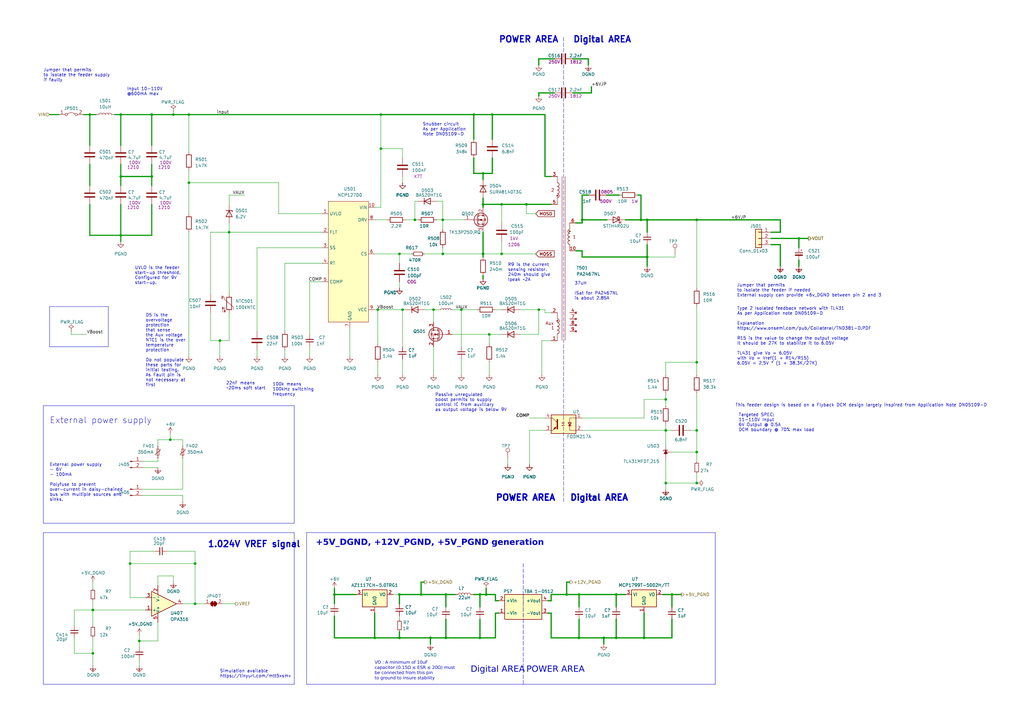
<source format=kicad_sch>
(kicad_sch (version 20230121) (generator eeschema)
  (paper "A3")
  (title_block (title "OWNVERTER V0.1") (comment 1 "TWR"))
  (junction (at 285.75 198.12))
  (junction (at 262.89 90.17))
  (junction (at 237.49 261.62))
  (junction (at 80.01 247.65))
  (junction (at 285.75 148.59))
  (junction (at 273.05 198.12))
  (junction (at 36.83 46.99))
  (junction (at 38.1 250.19))
  (junction (at 189.23 127))
  (junction (at 80.01 231.14))
  (junction (at 238.76 90.17))
  (junction (at 62.23 46.99))
  (junction (at 177.8 127))
  (junction (at 194.31 46.99))
  (junction (at 38.1 267.97))
  (junction (at 196.85 261.62))
  (junction (at 77.47 46.99))
  (junction (at 53.34 231.14))
  (junction (at 198.12 104.14))
  (junction (at 220.98 127))
  (junction (at 172.72 243.84))
  (junction (at 77.47 74.93))
  (junction (at 156.21 60.96))
  (junction (at 198.12 71.12))
  (junction (at 201.93 46.99))
  (junction (at 90.17 139.7))
  (junction (at 265.43 90.17))
  (junction (at 252.73 261.62))
  (junction (at 200.66 137.16))
  (junction (at 181.61 90.17))
  (junction (at 93.98 95.25))
  (junction (at 49.53 46.99))
  (junction (at 154.94 127))
  (junction (at 264.16 261.62))
  (junction (at 49.53 96.52))
  (junction (at 327.66 97.79))
  (junction (at 285.75 90.17))
  (junction (at 49.53 72.39))
  (junction (at 137.16 243.84))
  (junction (at 273.05 163.83))
  (junction (at 215.9 83.82))
  (junction (at 69.85 180.34))
  (junction (at 247.65 261.62))
  (junction (at 182.88 261.62))
  (junction (at 285.75 176.53))
  (junction (at 265.43 105.41))
  (junction (at 71.12 46.99))
  (junction (at 237.49 243.84))
  (junction (at 232.41 243.84))
  (junction (at 57.15 262.89))
  (junction (at 205.74 83.82))
  (junction (at 182.88 243.84))
  (junction (at 165.1 127))
  (junction (at 170.18 90.17))
  (junction (at 156.21 46.99))
  (junction (at 153.67 261.62))
  (junction (at 275.59 243.84))
  (junction (at 196.85 243.84))
  (junction (at 163.83 104.14))
  (junction (at 163.83 243.84))
  (junction (at 181.61 104.14))
  (junction (at 285.75 185.42))
  (junction (at 199.39 243.84))
  (junction (at 176.53 261.62))
  (junction (at 163.83 261.62))
  (junction (at 198.12 83.82))
  (junction (at 205.74 104.14))
  (junction (at 252.73 243.84))
  (junction (at 62.23 72.39))
  (junction (at 273.05 176.53))
  (wire (pts (xy 38.1 261.62) (xy 38.1 267.97)))
  (wire (pts (xy 265.43 105.41) (xy 276.86 105.41)))
  (wire (pts (xy 49.53 67.31) (xy 49.53 72.39)) (stroke (width 0.45)))
  (wire (pts (xy 220.98 127) (xy 223.52 127)))
  (wire (pts (xy 114.3 87.63) (xy 114.3 74.93)))
  (wire (pts (xy 194.31 46.99) (xy 194.31 57.15)) (stroke (width 0.5)))
  (wire (pts (xy 59.69 245.11) (xy 53.34 245.11)))
  (wire (pts (xy 170.18 90.17) (xy 171.45 90.17)))
  (wire (pts (xy 74.93 187.96) (xy 74.93 200.66)))
  (wire (pts (xy 213.36 127) (xy 220.98 127)))
  (wire (pts (xy 194.31 46.99) (xy 201.93 46.99)) (stroke (width 0.5)))
  (wire (pts (xy 38.1 250.19) (xy 38.1 256.54)))
  (wire (pts (xy 80.01 247.65) (xy 83.82 247.65)))
  (wire (pts (xy 163.83 252.73) (xy 163.83 254)))
  (wire (pts (xy 256.54 90.17) (xy 262.89 90.17)) (stroke (width 0.5)))
  (wire (pts (xy 273.05 173.99) (xy 273.05 176.53)))
  (wire (pts (xy 196.85 261.62) (xy 203.2 261.62)) (stroke (width 0.5)))
  (wire (pts (xy 36.83 46.99) (xy 39.37 46.99)) (stroke (width 0.45)))
  (wire (pts (xy 49.53 72.39) (xy 62.23 72.39)) (stroke (width 0.5)))
  (wire (pts (xy 77.47 74.93) (xy 77.47 87.63)))
  (wire (pts (xy 181.61 93.98) (xy 181.61 90.17)))
  (wire (pts (xy 165.1 72.39) (xy 165.1 74.93)))
  (wire (pts (xy 93.98 80.01) (xy 93.98 83.82)))
  (wire (pts (xy 264.16 163.83) (xy 264.16 171.45)))
  (wire (pts (xy 189.23 127) (xy 189.23 142.24)))
  (wire (pts (xy 20.32 46.99) (xy 24.13 46.99)) (stroke (width 0.45)))
  (wire (pts (xy 46.99 46.99) (xy 49.53 46.99)) (stroke (width 0.45)))
  (wire (pts (xy 219.71 87.63) (xy 215.9 87.63)))
  (wire (pts (xy 156.21 46.99) (xy 194.31 46.99)) (stroke (width 0.5)))
  (wire (pts (xy 196.85 254) (xy 196.85 261.62)) (stroke (width 0.5)))
  (wire (pts (xy 247.65 261.62) (xy 247.65 264.16)) (stroke (width 0.5)))
  (wire (pts (xy 252.73 248.92) (xy 252.73 243.84)) (stroke (width 0.5)))
  (wire (pts (xy 64.77 187.96) (xy 64.77 189.23)))
  (wire (pts (xy 74.93 247.65) (xy 80.01 247.65)))
  (wire (pts (xy 241.3 24.13) (xy 241.3 26.67)) (stroke (width 0.5)))
  (wire (pts (xy 153.67 251.46) (xy 153.67 261.62)) (stroke (width 0.5)))
  (wire (pts (xy 57.15 270.51) (xy 57.15 273.05)))
  (wire (pts (xy 271.78 243.84) (xy 275.59 243.84)) (stroke (width 0.5)))
  (wire (pts (xy 165.1 147.32) (xy 165.1 153.67)))
  (wire (pts (xy 198.12 71.12) (xy 194.31 71.12)) (stroke (width 0.5)))
  (wire (pts (xy 227.33 38.1) (xy 220.98 38.1)) (stroke (width 0.5)))
  (wire (pts (xy 69.85 177.8) (xy 69.85 180.34)))
  (wire (pts (xy 238.76 90.17) (xy 248.92 90.17)) (stroke (width 0.5)))
  (wire (pts (xy 200.66 148.59) (xy 200.66 153.67)))
  (wire (pts (xy 71.12 46.99) (xy 71.12 45.72)))
  (wire (pts (xy 215.9 87.63) (xy 215.9 83.82)))
  (wire (pts (xy 62.23 46.99) (xy 71.12 46.99)) (stroke (width 0.45)))
  (wire (pts (xy 163.83 261.62) (xy 176.53 261.62)) (stroke (width 0.5)))
  (wire (pts (xy 327.66 97.79) (xy 316.23 97.79)) (stroke (width 0.5)))
  (wire (pts (xy 143.51 134.62) (xy 143.51 146.05)))
  (wire (pts (xy 331.47 97.79) (xy 327.66 97.79)) (stroke (width 0.5)))
  (wire (pts (xy 217.17 176.53) (xy 223.52 176.53)))
  (wire (pts (xy 77.47 74.93) (xy 114.3 74.93)))
  (wire (pts (xy 194.31 243.84) (xy 196.85 243.84)) (stroke (width 0.5)))
  (wire (pts (xy 71.12 46.99) (xy 77.47 46.99)) (stroke (width 0.45)))
  (wire (pts (xy 177.8 142.24) (xy 177.8 153.67)))
  (wire (pts (xy 153.67 85.09) (xy 156.21 85.09)))
  (wire (pts (xy 238.76 80.01) (xy 238.76 90.17)) (stroke (width 0.5)))
  (wire (pts (xy 226.06 72.39) (xy 223.52 72.39)) (stroke (width 0.45)))
  (wire (pts (xy 285.75 148.59) (xy 285.75 153.67)))
  (wire (pts (xy 38.1 250.19) (xy 59.69 250.19)))
  (wire (pts (xy 49.53 46.99) (xy 49.53 59.69)) (stroke (width 0.45)))
  (wire (pts (xy 203.2 261.62) (xy 203.2 251.46)) (stroke (width 0.5)))
  (wire (pts (xy 77.47 46.99) (xy 77.47 62.23)))
  (wire (pts (xy 80.01 231.14) (xy 80.01 247.65)))
  (wire (pts (xy 232.41 243.84) (xy 237.49 243.84)) (stroke (width 0.5)))
  (wire (pts (xy 182.88 248.92) (xy 182.88 243.84)) (stroke (width 0.5)))
  (wire (pts (xy 90.17 139.7) (xy 90.17 146.05)))
  (wire (pts (xy 156.21 85.09) (xy 156.21 60.96)))
  (wire (pts (xy 189.23 127) (xy 195.58 127)))
  (wire (pts (xy 275.59 254) (xy 275.59 261.62)) (stroke (width 0.5)))
  (wire (pts (xy 226.06 251.46) (xy 226.06 261.62)) (stroke (width 0.5)))
  (wire (pts (xy 273.05 153.67) (xy 273.05 148.59)))
  (wire (pts (xy 163.83 115.57) (xy 163.83 118.11)))
  (wire (pts (xy 252.73 261.62) (xy 264.16 261.62)) (stroke (width 0.5)))
  (wire (pts (xy 226.06 246.38) (xy 226.06 243.84)) (stroke (width 0.5)))
  (wire (pts (xy 38.1 246.38) (xy 38.1 250.19)))
  (wire (pts (xy 53.34 231.14) (xy 80.01 231.14)))
  (wire (pts (xy 153.67 127) (xy 154.94 127)))
  (wire (pts (xy 34.29 46.99) (xy 36.83 46.99)) (stroke (width 0.45)))
  (wire (pts (xy 285.75 161.29) (xy 285.75 176.53)))
  (wire (pts (xy 224.79 246.38) (xy 226.06 246.38)) (stroke (width 0.5)))
  (wire (pts (xy 275.59 248.92) (xy 275.59 243.84)) (stroke (width 0.5)))
  (wire (pts (xy 153.67 261.62) (xy 163.83 261.62)) (stroke (width 0.5)))
  (wire (pts (xy 205.74 83.82) (xy 205.74 91.44)))
  (wire (pts (xy 273.05 161.29) (xy 273.05 163.83)))
  (wire (pts (xy 264.16 163.83) (xy 273.05 163.83)))
  (wire (pts (xy 38.1 267.97) (xy 30.48 267.97)))
  (wire (pts (xy 156.21 60.96) (xy 165.1 60.96)))
  (wire (pts (xy 137.16 261.62) (xy 153.67 261.62)) (stroke (width 0.5)))
  (wire (pts (xy 38.1 238.76) (xy 38.1 241.3)))
  (wire (pts (xy 58.42 191.77) (xy 64.77 191.77)))
  (wire (pts (xy 265.43 90.17) (xy 265.43 95.25)) (stroke (width 0.5)))
  (wire (pts (xy 205.74 83.82) (xy 215.9 83.82)) (stroke (width 0.5)))
  (wire (pts (xy 177.8 127) (xy 177.8 132.08)))
  (wire (pts (xy 93.98 95.25) (xy 93.98 120.65)))
  (wire (pts (xy 173.99 127) (xy 177.8 127)))
  (wire (pts (xy 320.04 100.33) (xy 320.04 109.22)) (stroke (width 0.5)))
  (polyline (pts (xy 214.63 280.67) (xy 214.63 231.14)) (stroke (width 0) (type dash)))
  (wire (pts (xy 285.75 194.31) (xy 285.75 198.12)))
  (wire (pts (xy 172.72 238.76) (xy 172.72 243.84)) (stroke (width 0.5)))
  (wire (pts (xy 276.86 104.14) (xy 276.86 105.41)))
  (wire (pts (xy 252.73 243.84) (xy 256.54 243.84)) (stroke (width 0.5)))
  (wire (pts (xy 285.75 185.42) (xy 285.75 189.23)))
  (wire (pts (xy 273.05 163.83) (xy 273.05 166.37)))
  (wire (pts (xy 205.74 104.14) (xy 219.71 104.14)))
  (wire (pts (xy 264.16 251.46) (xy 264.16 261.62)) (stroke (width 0.5)))
  (wire (pts (xy 327.66 106.68) (xy 327.66 109.22)) (stroke (width 0.5)))
  (wire (pts (xy 163.83 104.14) (xy 168.91 104.14)))
  (wire (pts (xy 208.28 187.96) (xy 208.28 190.5)))
  (wire (pts (xy 49.53 72.39) (xy 49.53 76.2)) (stroke (width 0.45)))
  (wire (pts (xy 215.9 83.82) (xy 226.06 83.82)) (stroke (width 0.5)))
  (wire (pts (xy 189.23 147.32) (xy 189.23 153.67)))
  (wire (pts (xy 176.53 264.16) (xy 176.53 261.62)) (stroke (width 0.5)))
  (wire (pts (xy 283.21 176.53) (xy 285.75 176.53)))
  (wire (pts (xy 49.53 46.99) (xy 62.23 46.99)) (stroke (width 0.45)))
  (wire (pts (xy 163.83 243.84) (xy 163.83 247.65)) (stroke (width 0.5)))
  (wire (pts (xy 63.5 226.06) (xy 53.34 226.06)))
  (wire (pts (xy 165.1 127) (xy 166.37 127)))
  (wire (pts (xy 153.67 90.17) (xy 158.75 90.17)))
  (wire (pts (xy 320.04 95.25) (xy 316.23 95.25)) (stroke (width 0.5)))
  (wire (pts (xy 316.23 100.33) (xy 320.04 100.33)) (stroke (width 0.5)))
  (wire (pts (xy 182.88 261.62) (xy 196.85 261.62)) (stroke (width 0.5)))
  (wire (pts (xy 226.06 261.62) (xy 237.49 261.62)) (stroke (width 0.5)))
  (wire (pts (xy 62.23 46.99) (xy 62.23 59.69)) (stroke (width 0.45)))
  (wire (pts (xy 273.05 187.96) (xy 273.05 198.12)))
  (wire (pts (xy 275.59 261.62) (xy 264.16 261.62)) (stroke (width 0.5)))
  (wire (pts (xy 247.65 261.62) (xy 252.73 261.62)) (stroke (width 0.5)))
  (wire (pts (xy 58.42 200.66) (xy 74.93 200.66)))
  (wire (pts (xy 242.57 38.1) (xy 234.95 38.1)) (stroke (width 0.5)))
  (wire (pts (xy 90.17 139.7) (xy 93.98 139.7)))
  (wire (pts (xy 198.12 104.14) (xy 205.74 104.14)))
  (wire (pts (xy 64.77 236.22) (xy 64.77 240.03)))
  (wire (pts (xy 77.47 46.99) (xy 156.21 46.99)) (stroke (width 0.45)))
  (wire (pts (xy 116.84 143.51) (xy 116.84 146.05)))
  (wire (pts (xy 173.99 238.76) (xy 172.72 238.76)) (stroke (width 0.5)))
  (wire (pts (xy 201.93 64.77) (xy 201.93 71.12)) (stroke (width 0.5)))
  (wire (pts (xy 220.98 38.1) (xy 220.98 39.37)) (stroke (width 0.5)))
  (wire (pts (xy 137.16 243.84) (xy 146.05 243.84)) (stroke (width 0.5)))
  (wire (pts (xy 36.83 96.52) (xy 49.53 96.52)) (stroke (width 0.45)))
  (wire (pts (xy 105.41 101.6) (xy 105.41 135.89)))
  (wire (pts (xy 127 115.57) (xy 132.08 115.57)))
  (wire (pts (xy 36.83 83.82) (xy 36.83 96.52)) (stroke (width 0.45)))
  (wire (pts (xy 273.05 176.53) (xy 275.59 176.53)))
  (wire (pts (xy 238.76 171.45) (xy 264.16 171.45)))
  (wire (pts (xy 238.76 80.01) (xy 241.3 80.01)) (stroke (width 0.5)))
  (wire (pts (xy 69.85 180.34) (xy 74.93 180.34)))
  (wire (pts (xy 30.48 250.19) (xy 30.48 256.54)))
  (wire (pts (xy 38.1 250.19) (xy 30.48 250.19)))
  (wire (pts (xy 116.84 107.95) (xy 116.84 135.89)))
  (wire (pts (xy 201.93 46.99) (xy 201.93 57.15)) (stroke (width 0.5)))
  (wire (pts (xy 200.66 137.16) (xy 200.66 140.97)))
  (wire (pts (xy 181.61 104.14) (xy 198.12 104.14)))
  (wire (pts (xy 161.29 243.84) (xy 163.83 243.84)))
  (wire (pts (xy 171.45 82.55) (xy 170.18 82.55)))
  (wire (pts (xy 86.36 128.27) (xy 86.36 139.7)))
  (wire (pts (xy 91.44 247.65) (xy 96.52 247.65)))
  (wire (pts (xy 29.21 137.16) (xy 29.21 135.89)))
  (wire (pts (xy 226.06 128.27) (xy 223.52 128.27)))
  (wire (pts (xy 205.74 99.06) (xy 205.74 104.14)))
  (wire (pts (xy 198.12 83.82) (xy 198.12 85.09)) (stroke (width 0.5)))
  (wire (pts (xy 181.61 90.17) (xy 190.5 90.17)))
  (wire (pts (xy 71.12 236.22) (xy 71.12 238.76)))
  (wire (pts (xy 320.04 90.17) (xy 320.04 95.25)) (stroke (width 0.5)))
  (wire (pts (xy 64.77 262.89) (xy 64.77 255.27)))
  (wire (pts (xy 265.43 100.33) (xy 265.43 105.41)) (stroke (width 0.5)))
  (wire (pts (xy 93.98 128.27) (xy 93.98 139.7)))
  (wire (pts (xy 199.39 243.84) (xy 203.2 243.84)) (stroke (width 0.5)))
  (wire (pts (xy 163.83 259.08) (xy 163.83 261.62)) (stroke (width 0.5)))
  (wire (pts (xy 154.94 148.59) (xy 154.94 153.67)))
  (wire (pts (xy 203.2 127) (xy 205.74 127)))
  (wire (pts (xy 127 142.24) (xy 127 146.05)))
  (wire (pts (xy 127 115.57) (xy 127 137.16)))
  (wire (pts (xy 132.08 107.95) (xy 116.84 107.95)))
  (wire (pts (xy 156.21 46.99) (xy 156.21 60.96)))
  (wire (pts (xy 201.93 71.12) (xy 198.12 71.12)) (stroke (width 0.5)))
  (wire (pts (xy 222.25 153.67) (xy 222.25 139.7)))
  (wire (pts (xy 285.75 125.73) (xy 285.75 148.59)))
  (wire (pts (xy 64.77 180.34) (xy 64.77 182.88)))
  (wire (pts (xy 222.25 139.7) (xy 226.06 139.7)))
  (wire (pts (xy 238.76 176.53) (xy 273.05 176.53)))
  (wire (pts (xy 238.76 90.17) (xy 238.76 91.44)) (stroke (width 0.5)))
  (wire (pts (xy 163.83 104.14) (xy 163.83 107.95)))
  (wire (pts (xy 238.76 102.87) (xy 238.76 105.41)) (stroke (width 0.5)))
  (wire (pts (xy 57.15 260.35) (xy 57.15 262.89)))
  (wire (pts (xy 137.16 243.84) (xy 137.16 247.65)) (stroke (width 0.5)))
  (wire (pts (xy 132.08 87.63) (xy 114.3 87.63)))
  (wire (pts (xy 196.85 248.92) (xy 196.85 243.84)) (stroke (width 0.5)))
  (wire (pts (xy 242.57 35.56) (xy 242.57 38.1)) (stroke (width 0.5)))
  (wire (pts (xy 196.85 243.84) (xy 199.39 243.84)) (stroke (width 0.5)))
  (wire (pts (xy 185.42 127) (xy 189.23 127)))
  (wire (pts (xy 35.56 137.16) (xy 29.21 137.16)))
  (wire (pts (xy 30.48 267.97) (xy 30.48 261.62)))
  (wire (pts (xy 62.23 83.82) (xy 62.23 96.52)) (stroke (width 0.45)))
  (wire (pts (xy 38.1 267.97) (xy 38.1 273.05)))
  (wire (pts (xy 173.99 104.14) (xy 181.61 104.14)))
  (wire (pts (xy 57.15 262.89) (xy 64.77 262.89)))
  (wire (pts (xy 58.42 189.23) (xy 64.77 189.23)))
  (wire (pts (xy 265.43 105.41) (xy 265.43 109.22)) (stroke (width 0.5)))
  (wire (pts (xy 232.41 243.84) (xy 232.41 238.76)) (stroke (width 0.5)))
  (wire (pts (xy 49.53 96.52) (xy 49.53 99.06)) (stroke (width 0.45)))
  (wire (pts (xy 217.17 176.53) (xy 217.17 190.5)))
  (wire (pts (xy 273.05 198.12) (xy 273.05 200.66)))
  (wire (pts (xy 36.83 46.99) (xy 36.83 59.69)) (stroke (width 0.45)))
  (wire (pts (xy 261.62 80.01) (xy 262.89 80.01)) (stroke (width 0.5)))
  (wire (pts (xy 275.59 185.42) (xy 285.75 185.42)))
  (wire (pts (xy 179.07 90.17) (xy 181.61 90.17)))
  (wire (pts (xy 227.33 24.13) (xy 220.98 24.13)) (stroke (width 0.5)))
  (wire (pts (xy 49.53 83.82) (xy 49.53 96.52)) (stroke (width 0.45)))
  (wire (pts (xy 327.66 97.79) (xy 327.66 101.6)) (stroke (width 0.5)))
  (wire (pts (xy 237.49 243.84) (xy 252.73 243.84)) (stroke (width 0.5)))
  (wire (pts (xy 74.93 180.34) (xy 74.93 182.88)))
  (wire (pts (xy 237.49 248.92) (xy 237.49 243.84)) (stroke (width 0.5)))
  (polyline (pts (xy 231.14 15.24) (xy 231.14 205.74)) (stroke (width 0.15) (type dash)))
  (wire (pts (xy 285.75 90.17) (xy 320.04 90.17)) (stroke (width 0.5)))
  (wire (pts (xy 181.61 104.14) (xy 181.61 101.6)))
  (wire (pts (xy 213.36 137.16) (xy 220.98 137.16)))
  (wire (pts (xy 181.61 82.55) (xy 181.61 90.17)))
  (wire (pts (xy 132.08 95.25) (xy 93.98 95.25)))
  (wire (pts (xy 236.22 102.87) (xy 238.76 102.87)) (stroke (width 0.5)))
  (wire (pts (xy 36.83 67.31) (xy 36.83 76.2)) (stroke (width 0.45)))
  (wire (pts (xy 77.47 95.25) (xy 77.47 146.05)))
  (wire (pts (xy 165.1 60.96) (xy 165.1 64.77)))
  (wire (pts (xy 179.07 82.55) (xy 181.61 82.55)))
  (wire (pts (xy 238.76 105.41) (xy 265.43 105.41)) (stroke (width 0.5)))
  (wire (pts (xy 252.73 254) (xy 252.73 261.62)) (stroke (width 0.5)))
  (wire (pts (xy 275.59 243.84) (xy 279.4 243.84)) (stroke (width 0.5)))
  (wire (pts (xy 198.12 104.14) (xy 198.12 105.41)) (stroke (width 0.5)))
  (wire (pts (xy 86.36 95.25) (xy 86.36 120.65)))
  (wire (pts (xy 285.75 176.53) (xy 285.75 185.42)))
  (wire (pts (xy 154.94 127) (xy 165.1 127)))
  (wire (pts (xy 203.2 251.46) (xy 204.47 251.46)) (stroke (width 0.5)))
  (wire (pts (xy 198.12 113.03) (xy 198.12 114.3)) (stroke (width 0.5)))
  (wire (pts (xy 203.2 243.84) (xy 203.2 246.38)) (stroke (width 0.5)))
  (wire (pts (xy 176.53 261.62) (xy 182.88 261.62)) (stroke (width 0.5)))
  (wire (pts (xy 62.23 67.31) (xy 62.23 72.39)) (stroke (width 0.45)))
  (wire (pts (xy 86.36 139.7) (xy 90.17 139.7)))
  (wire (pts (xy 71.12 236.22) (xy 64.77 236.22)))
  (wire (pts (xy 226.06 251.46) (xy 224.79 251.46)) (stroke (width 0.5)))
  (wire (pts (xy 185.42 137.16) (xy 200.66 137.16)))
  (wire (pts (xy 163.83 243.84) (xy 172.72 243.84)) (stroke (width 0.5)))
  (wire (pts (xy 53.34 231.14) (xy 53.34 245.11)))
  (wire (pts (xy 201.93 46.99) (xy 223.52 46.99)) (stroke (width 0.5)))
  (wire (pts (xy 93.98 91.44) (xy 93.98 95.25)))
  (wire (pts (xy 53.34 226.06) (xy 53.34 231.14)))
  (wire (pts (xy 236.22 91.44) (xy 238.76 91.44)) (stroke (width 0.5)))
  (wire (pts (xy 223.52 128.27) (xy 223.52 127)))
  (wire (pts (xy 165.1 127) (xy 165.1 142.24)))
  (wire (pts (xy 62.23 72.39) (xy 62.23 76.2)) (stroke (width 0.45)))
  (wire (pts (xy 137.16 252.73) (xy 137.16 261.62)) (stroke (width 0.5)))
  (wire (pts (xy 100.33 80.01) (xy 93.98 80.01)))
  (wire (pts (xy 64.77 180.34) (xy 69.85 180.34)))
  (wire (pts (xy 49.53 96.52) (xy 62.23 96.52)) (stroke (width 0.45)))
  (wire (pts (xy 198.12 73.66) (xy 198.12 71.12)) (stroke (width 0.5)))
  (wire (pts (xy 203.2 246.38) (xy 204.47 246.38)) (stroke (width 0.5)))
  (wire (pts (xy 198.12 83.82) (xy 205.74 83.82)) (stroke (width 0.5)))
  (wire (pts (xy 248.92 80.01) (xy 254 80.01)) (stroke (width 0.5)))
  (wire (pts (xy 217.17 171.45) (xy 223.52 171.45)))
  (wire (pts (xy 57.15 265.43) (xy 57.15 262.89)))
  (wire (pts (xy 220.98 24.13) (xy 220.98 26.67)) (stroke (width 0.5)))
  (wire (pts (xy 137.16 241.3) (xy 137.16 243.84)) (stroke (width 0.5)))
  (wire (pts (xy 262.89 90.17) (xy 265.43 90.17)) (stroke (width 0.5)))
  (wire (pts (xy 194.31 64.77) (xy 194.31 71.12)) (stroke (width 0.5)))
  (wire (pts (xy 223.52 72.39) (xy 223.52 46.99)) (stroke (width 0.5)))
  (wire (pts (xy 153.67 104.14) (xy 163.83 104.14)))
  (wire (pts (xy 68.58 226.06) (xy 80.01 226.06)))
  (wire (pts (xy 285.75 90.17) (xy 285.75 118.11)))
  (wire (pts (xy 265.43 90.17) (xy 285.75 90.17)) (stroke (width 0.5)))
  (wire (pts (xy 182.88 243.84) (xy 186.69 243.84)) (stroke (width 0.5)))
  (wire (pts (xy 234.95 24.13) (xy 241.3 24.13)) (stroke (width 0.5)))
  (wire (pts (xy 80.01 226.06) (xy 80.01 231.14)))
  (wire (pts (xy 172.72 243.84) (xy 182.88 243.84)) (stroke (width 0.5)))
  (wire (pts (xy 237.49 254) (xy 237.49 261.62)) (stroke (width 0.5)))
  (wire (pts (xy 200.66 137.16) (xy 205.74 137.16)))
  (wire (pts (xy 154.94 127) (xy 154.94 140.97)))
  (wire (pts (xy 198.12 81.28) (xy 198.12 83.82)) (stroke (width 0.5)))
  (wire (pts (xy 198.12 95.25) (xy 198.12 104.14)) (stroke (width 0.5)))
  (wire (pts (xy 273.05 198.12) (xy 285.75 198.12)))
  (wire (pts (xy 220.98 127) (xy 220.98 137.16)))
  (wire (pts (xy 273.05 176.53) (xy 273.05 182.88)))
  (wire (pts (xy 177.8 127) (xy 180.34 127)))
  (wire (pts (xy 170.18 82.55) (xy 170.18 90.17)))
  (wire (pts (xy 273.05 148.59) (xy 285.75 148.59)))
  (wire (pts (xy 226.06 243.84) (xy 232.41 243.84)) (stroke (width 0.5)))
  (wire (pts (xy 86.36 95.25) (xy 93.98 95.25)))
  (wire (pts (xy 237.49 261.62) (xy 247.65 261.62)) (stroke (width 0.5)))
  (wire (pts (xy 262.89 80.01) (xy 262.89 90.17)) (stroke (width 0.5)))
  (wire (pts (xy 58.42 203.2) (xy 74.93 203.2)))
  (wire (pts (xy 132.08 101.6) (xy 105.41 101.6)))
  (wire (pts (xy 199.39 241.3) (xy 199.39 243.84)) (stroke (width 0.5)))
  (wire (pts (xy 166.37 90.17) (xy 170.18 90.17)))
  (wire (pts (xy 77.47 69.85) (xy 77.47 74.93)))
  (wire (pts (xy 182.88 254) (xy 182.88 261.62)) (stroke (width 0.5)))
  (wire (pts (xy 74.93 203.2) (xy 74.93 205.74)))
  (wire (pts (xy 105.41 143.51) (xy 105.41 146.05)))
  (wire (pts (xy 232.41 238.76) (xy 233.68 238.76)) (stroke (width 0.5)))
  (rectangle (start 20.32 125.73) (end 44.45 142.24))
  (rectangle (start 125.73 218.44) (end 293.37 280.67))
  (rectangle (start 17.78 218.44) (end 120.65 280.67))
  (rectangle (start 17.78 166.37) (end 120.65 214.63))
  (text "Snubber circuit \nAs per Application \nNote DN05109-D" (at 173.355 55.88 0) (effects (font (size 1.27 1.27)) (justify left bottom)))
  (text "Input 10-110V\n@600mA max" (at 52.07 39.37 0) (effects (font (size 1.27 1.27)) (justify left bottom)))
  (text "R9 is the current \nsensing resistor.\n240m should give\nIpeak ~2A" (at 208.28 115.57 0) (effects (font (size 1.27 1.27)) (justify left bottom)))
  (text "POWER AREA\n" (at 215.9 276.86 0) (effects (font (size 2.54 2.54)) (justify left bottom)))
  (text "Digital AREA\n" (at 234.95 17.78 0) (effects (font (size 2.54 2.54) (thickness 0.508) bold) (justify left bottom)))
  (text "Jumper that permits \nto isolate the feeder if needed\nExternal supply can provide +6v_DGND between pin 2 and 3\n" (at 302.26 121.92 0) (effects (font (size 1.27 1.27)) (justify left bottom)))
  (text "Targeted SPEC: \n11-110V Input \n6V Output @ 0.5A \nDCM boundary @ 70% max load\n" (at 302.895 177.165 0) (effects (font (size 1.27 1.27)) (justify left bottom)))
  (text "POWER AREA\n" (at 204.47 17.78 0) (effects (font (size 2.54 2.54) (thickness 0.508) bold) (justify left bottom)))
  (text "UVLO is the feeder\nstart-up threshold. \nConfigured for 9V\nstart-up." (at 55.245 116.84 0) (effects (font (size 1.27 1.27)) (justify left bottom)))
  (text "VO : A minimum of 10uF\ncapacitor (0.15Ω ≤ ESR ≤ 20Ω) must\nbe connected from this pin\nto ground to insure stability" (at 153.67 279.4 0) (effects (font (size 1.27 1.27)) (justify left bottom)))
  (text "D5 is the \novervoltage \nprotection \nthat sense \nthe Aux voltage\nNTC1 is the over\ntemperature \nprotection \n\nDo not populate\nthese parts for\ninitial testing.\nAs Fault pin is\nnot necessary at\nfirst" (at 59.69 158.75 0) (effects (font (size 1.27 1.27)) (justify left bottom)))
  (text "External power supply\n- 6V\n- 100mA\n\nPolyfuse to prevent \nover-current in daisy-chained \nbus with multiple sources and \nsinks." (at 20.32 205.74 0) (effects (font (size 1.27 1.27)) (justify left bottom)))
  (text "Digital AREA\n" (at 233.68 205.74 0) (effects (font (size 2.54 2.54) (thickness 0.508) bold) (justify left bottom)))
  (text "Digital AREA\n" (at 233.68 205.74 0) (effects (font (size 2.54 2.54) (thickness 0.508) bold) (justify left bottom)))
  (text "Passive unregulated\nboost permits to supply\ncontrol IC from auxillary\nas output voltage is below 9V\n" (at 178.435 168.91 0) (effects (font (size 1.27 1.27)) (justify left bottom)))
  (text "Jumper that permits \nto isolate the feeder supply\nif faulty\n" (at 17.78 33.655 0) (effects (font (size 1.27 1.27)) (justify left bottom)))
  (text "This feeder design is based on a Flyback DCM design largely inspired from Application Note DN05109-D" (at 301.625 167.005 0) (effects (font (size 1.27 1.27)) (justify left bottom)))
  (text "100k means \n100kHz switching\nfrequency" (at 111.76 162.56 0) (effects (font (size 1.27 1.27)) (justify left bottom)))
  (text "Digital AREA\n" (at 193.04 276.86 0) (effects (font (size 2.54 2.54)) (justify left bottom)))
  (text "37uH\n\nISat for PA2467NL\nis about 2.85A" (at 235.585 123.19 0) (effects (font (size 1.27 1.27)) (justify left bottom)))
  (text "External power supply" (at 20.32 173.99 0) (effects (font (size 2.4892 2.4892)) (justify left bottom)))
  (text "POWER AREA\n" (at 203.2 205.74 0) (effects (font (size 2.54 2.54) (thickness 0.508) bold) (justify left bottom)))
  (text "POWER AREA\n" (at 203.2 205.74 0) (effects (font (size 2.54 2.54) (thickness 0.508) bold) (justify left bottom)))
  (text "1.024V VREF signal" (at 85.09 224.79 0) (effects (font (size 2.54 2.54) (thickness 0.508) bold) (justify left bottom)))
  (text "22nF means \n~20ms soft start" (at 92.71 160.02 0) (effects (font (size 1.27 1.27)) (justify left bottom)))
  (text "Simulation available\nhttps://tinyurl.com/mtt5xsmv" (at 90.17 278.13 0) (effects (font (size 1.27 1.27)) (justify left bottom)))
  (text "+5V_DGND, +12V_PGND, +5V_PGND generation" (at 129.54 224.79 0) (effects (font (size 2.4892 2.4892) (thickness 0.4978) bold) (justify left bottom)))
  (text "Type 2 Isolated feedback network with TL431\nAs per Application note DN05109-D\n\nExplanation\nhttps://www.onsemi.com/pub/Collateral/TND381-D.PDF\n\nR15 is the value to change the output voltage\nIt should be 27K to stabilize it to 6.05V\n\nTL431 give Vo = 6.05V\nwith Vo = Vref(1 + R14/R15)\n6.05V = 2,5V * (1 + 38,3K/27K)" (at 302.26 149.86 0) (effects (font (size 1.27 1.27)) (justify left bottom)))
  (label "VBoost" (at 161.29 127 180))
  (label "COMP" (at 217.17 171.45 180))
  (label "COMP" (at 132.08 115.57 180))
  (label "VBoost" (at 35.56 137.16 0))
  (label "VAUX" (at 100.33 80.01 180))
  (label "VAUX" (at 191.77 127 180))
  (label "input" (at 88.9 46.99 0))
  (label "+6VJP" (at 242.57 35.56 0))
  (label "+6VJP" (at 306.07 90.17 180))
  (label "COMP" (at 217.17 171.45 180))
  (global_label "MOSS" (shape input) (at 219.71 104.14 0) (property "Intersheetrefs" "${INTERSHEET_REFS}" (effects hide)) (property "Références Inter-Feuilles" "${INTERSHEET_REFS}" (effects hide)))
  (global_label "MOSS" (shape input) (at 219.71 104.14 0) (property "Intersheetrefs" "${INTERSHEET_REFS}" (effects hide)) (property "Références Inter-Feuilles" "${INTERSHEET_REFS}" (effects hide)))
  (global_label "MOSD" (shape input) (at 219.71 87.63 0) (property "Intersheetrefs" "${INTERSHEET_REFS}" (effects hide)) (property "Références Inter-Feuilles" "${INTERSHEET_REFS}" (effects hide)))
  (global_label "MOSD" (shape input) (at 219.71 87.63 0) (property "Intersheetrefs" "${INTERSHEET_REFS}" (effects hide)) (property "Références Inter-Feuilles" "${INTERSHEET_REFS}" (effects hide)))
  (hierarchical_label "VIN" (shape input) (at 20.32 46.99 180))
  (hierarchical_label "VOUT" (shape output) (at 331.47 97.79 0))
  (hierarchical_label "VOUT" (shape output) (at 331.47 97.79 0))
  (hierarchical_label "+12V_PGND" (shape output) (at 233.68 238.76 0))
  (hierarchical_label "+5V_DGND" (shape output) (at 173.99 238.76 0))
  (hierarchical_label "+5V_PGND" (shape output) (at 279.4 243.84 0))
  (hierarchical_label "VREF" (shape output) (at 96.52 247.65 0))
  (symbol (lib_id "Device:Thermistor_NTC") (at 93.98 124.46 0) (unit 1)
    (property "Reference" "NTC501" (at 96.52 123.5074 0) (effects (justify left)))
    (property "Value" "100kNTC" (at 96.52 126.0474 0) (effects (justify left)))
    (property "Footprint" "Footprints:R_0805_2012Metric" (effects hide))
    (property "Datasheet" "https://www.mouser.fr/datasheet/2/3/ABNTC-0805-253593.pdf" (effects hide))
    (property "manf#" "ABNTC-0805-104J-4250F-T" (effects hide))
  )
  (symbol (lib_name "R_Small_4") (lib_id "Device:R_Small") (at 163.83 256.54 0) (unit 1)
    (property "Reference" "R?" (at 165.3286 255.3716 0) (effects (justify left)))
    (property "Value" "1R" (at 165.1 257.81 0) (effects (justify left)))
    (property "Footprint" "Footprints:R_0805_2012Metric" (effects hide))
    (property "manf#" "CR0805-J/-1R0ELF" (effects hide))
    (instances (project "ownverter" (path "" (reference "R?") (unit 1)) (path "" (reference "R519") (unit 1))))
  )
  (symbol (lib_id "Symbols:PGND") (at 217.17 190.5 0) (unit 1)
    (property "Reference" "#PWR0521" (effects hide))
    (property "Value" "PGND" (at 217.17 195.58 0))
  )
  (symbol (lib_id "Symbols:PGND") (at 222.25 153.67 0) (unit 1)
    (property "Reference" "#PWR0525" (effects hide))
    (property "Value" "PGND" (at 222.25 158.75 0))
  )
  (symbol (lib_id "power:+6V") (at 137.16 241.3 0) (mirror y) (unit 1)
    (property "Reference" "#PWR0535" (effects hide))
    (property "Value" "+6V_DGND" (at 137.16 237.49 0))
    (instances (project "ownverter" (path "" (reference "#PWR0535") (unit 1)) (path "" (reference "#PWR?") (unit 1))))
  )
  (symbol (lib_id "Symbols:PGND") (at 165.1 74.93 0) (unit 1)
    (property "Reference" "#PWR0511" (effects hide))
    (property "Value" "PGND" (at 165.1 80.01 0))
  )
  (symbol (lib_id "Device:C") (at 36.83 80.01 0) (unit 1)
    (property "Reference" "C502" (at 40.64 78.7399 0) (effects (justify left)))
    (property "Value" "470nF" (at 40.64 81.28 0) (effects (justify left)))
    (property "Footprint" "Footprints:C_0805_2012Metric" (effects hide))
    (property "manf#" "GRM21BR72A474KA73L" (effects hide))
  )
  (symbol (lib_id "Device:Q_NMOS_GDS") (at 195.58 90.17 0) (unit 1)
    (property "Reference" "Q502" (at 189.23 87.63 0) (effects (justify left)))
    (property "Value" "TK13P25D,RQ" (at 184.15 95.25 0) (effects (justify left)))
    (property "Footprint" "Package_TO_SOT_SMD:TO-252-2" (effects hide))
    (property "Datasheet" "https://www.mouser.fr/datasheet/2/408/TK13P25D_datasheet_en_20140106-1649876.pdf" (effects hide))
    (property "manf#" "TK13P25D,RQ" (effects hide))
  )
  (symbol (lib_id "Device:C") (at 201.93 60.96 0) (unit 1)
    (property "Reference" "C514" (at 205.74 59.6899 0) (effects (justify left)))
    (property "Value" "6.8nF" (at 205.74 62.2299 0) (effects (justify left)))
    (property "Footprint" "Footprints:C_0805_2012Metric" (effects hide))
    (property "manf#" "0805B682K631CT" (effects hide))
  )
  (symbol (lib_id "Symbols:PGND") (at 127 146.05 0) (unit 1)
    (property "Reference" "#PWR0506" (effects hide))
    (property "Value" "PGND" (at 127 151.13 0))
  )
  (symbol (lib_id "Symbols:PGND") (at 165.1 153.67 0) (unit 1)
    (property "Reference" "#PWR0513" (effects hide))
    (property "Value" "PGND" (at 165.1 158.75 0))
  )
  (symbol (lib_id "power:+6V") (at 69.85 177.8 0) (unit 1)
    (property "Reference" "#PWR0454" (effects hide))
    (property "Value" "+6V_DGND" (at 69.85 173.99 0))
    (instances (project "ownverter" (path "" (reference "#PWR0454") (unit 1)) (path "" (reference "#PWR0404") (unit 1))))
  )
  (symbol (lib_id "Converter_DCDC:MEE1S0512SC") (at 214.63 248.92 0) (unit 1)
    (property "Reference" "PS?" (at 208.28 242.57 0))
    (property "Value" "TBA 1-0512" (at 220.98 242.57 0))
    (property "Footprint" "Footprints:Converter_DCDC_Murata_MEE1SxxxxSC_THT" (effects hide))
    (property "Datasheet" "https://power.murata.com/pub/data/power/ncl/kdc_mee1.pdf" (effects hide))
    (property "DNP" "x" (effects hide))
    (property "manf#" "TBA 1-0512" (effects hide))
    (instances (project "ownverter" (path "" (reference "PS?") (unit 1)) (path "" (reference "PS?") (unit 1)) (path "" (reference "PS501") (unit 1))))
  )
  (symbol (lib_id "Device:R") (at 194.31 60.96 0) (mirror x) (unit 1)
    (property "Reference" "R509" (at 191.77 59.6899 0) (effects (justify right)))
    (property "Value" "348k" (at 191.77 62.2299 0) (effects (justify right)))
    (property "Footprint" "Footprints:R_0805_2012Metric" (effects hide))
    (property "manf#" "CR0805-FX-3483ELF" (effects hide))
    (property "Package" "0805" (effects hide))
  )
  (symbol (lib_id "Device:C") (at 231.14 24.13 90) (unit 1)
    (property "Reference" "C516" (at 227.33 22.86 90))
    (property "Value" "2.2nF" (at 236.22 22.86 90))
    (property "Footprint" "Capacitor_SMD:C_1812_4532Metric" (effects hide))
    (property "manf#" "8853622110151 " (effects hide))
    (property "Package" "1812" (at 236.22 25.4 90))
    (property "Voltage" "250V" (at 227.33 25.4 90))
  )
  (symbol (lib_id "Device:R") (at 199.39 127 90) (unit 1)
    (property "Reference" "R511" (at 199.39 124.46 90))
    (property "Value" "10R" (at 199.39 129.54 90))
    (property "Footprint" "Footprints:R_0805_2012Metric" (effects hide))
    (property "manf#" "CRCW080510R0JNEAC" (effects hide))
    (property "Package" "0805" (effects hide))
  )
  (symbol (lib_id "Device:C_Small") (at 165.1 144.78 0) (unit 1)
    (property "Reference" "C?" (at 167.4368 143.6116 0) (effects (justify left)))
    (property "Value" "1uF" (at 167.4368 145.923 0) (effects (justify left)))
    (property "Footprint" "Footprints:C_0805_2012Metric" (effects hide))
    (property "DNP" "x" (effects hide))
    (property "manf#" "UMK212B7105KGHT " (effects hide))
    (instances (project "ownverter" (path "" (reference "C?") (unit 1)) (path "" (reference "C?") (unit 1)) (path "" (reference "C512") (unit 1))))
  )
  (symbol (lib_id "Device:R") (at 154.94 144.78 0) (unit 1)
    (property "Reference" "R504" (at 156.845 143.51 0) (effects (justify left)))
    (property "Value" "1.4k" (at 156.845 146.05 0) (effects (justify left)))
    (property "Footprint" "Footprints:R_0805_2012Metric" (effects hide))
    (property "manf#" "RC0805FR-071K4L" (effects hide))
    (property "Package" "0805" (effects hide))
  )
  (symbol (lib_id "Symbols:PGND") (at 177.8 153.67 0) (unit 1)
    (property "Reference" "#PWR0514" (effects hide))
    (property "Value" "PGND" (at 177.8 158.75 0))
  )
  (symbol (lib_id "Device:Polyfuse_Small") (at 74.93 185.42 0) (mirror x) (unit 1)
    (property "Reference" "F402" (at 78.74 182.88 0))
    (property "Value" "350mA" (at 80.01 185.42 0))
    (property "Footprint" "Fuse:Fuse_1210_3225Metric" (effects hide))
    (property "DNP" "x" (effects hide))
    (property "manf#" "0ZCJ0050AF2E" (effects hide))
  )
  (symbol (lib_id "Device:R") (at 77.47 66.04 0) (unit 1)
    (property "Reference" "R501" (at 80.01 65.405 0) (effects (justify left)))
    (property "Value" "147K" (at 80.01 67.945 0) (effects (justify left)))
    (property "Footprint" "Footprints:R_0805_2012Metric" (effects hide))
    (property "Ref" "ok" (effects hide))
    (property "manf#" "CR0805-FX-1473ELF" (effects hide))
  )
  (symbol (lib_id "Device:R") (at 198.12 109.22 0) (unit 1)
    (property "Reference" "R510" (at 200.66 107.9499 0) (effects (justify left)))
    (property "Value" "240m" (at 200.66 110.4899 0) (effects (justify left)))
    (property "Footprint" "Resistor_SMD:R_1210_3225Metric" (effects hide))
    (property "Datasheet" "https://www.vishay.com/docs/20019/rcwe.pdf" (effects hide))
    (property "manf#" "RCWE1210R240FKEA " (effects hide))
  )
  (symbol (lib_name "D_2") (lib_id "Device:D") (at 209.55 127 0) (unit 1)
    (property "Reference" "D505" (at 209.55 122.555 0))
    (property "Value" "BAS20HT1G" (at 210.185 124.46 0))
    (property "Footprint" "Diode_SMD:D_SOD-323_HandSoldering" (effects hide))
    (property "manf#" "BAS20HT1G" (effects hide))
    (property "Sim.Device" "D" (effects hide))
    (property "Sim.Pins" "1=K 2=A" (effects hide))
  )
  (symbol (lib_id "Device:C_Small") (at 237.49 251.46 0) (unit 1)
    (property "Reference" "C?" (at 239.8268 250.2916 0) (effects (justify left)))
    (property "Value" "10uF" (at 239.8268 252.603 0) (effects (justify left)))
    (property "Footprint" "Footprints:C_1210_3225Metric" (effects hide))
    (property "manf#" "CL21B106KAYQNNE" (effects hide))
    (property "DNP" "x" (effects hide))
    (property "Voltage" "25V" (effects hide))
    (instances (project "ownverter" (path "" (reference "C?") (unit 1)) (path "" (reference "C?") (unit 1)) (path "" (reference "C526") (unit 1))))
  )
  (symbol (lib_id "Device:C_Small") (at 196.85 251.46 0) (mirror y) (unit 1)
    (property "Reference" "C?" (at 193.675 249.7836 0) (effects (justify left)))
    (property "Value" "10uF" (at 193.675 252.095 0) (effects (justify left)))
    (property "Footprint" "Footprints:C_1210_3225Metric" (effects hide))
    (property "manf#" "CL21B106KAYQNNE" (effects hide))
    (property "DNP" "x" (effects hide))
    (property "Voltage" "25V" (effects hide))
    (instances (project "ownverter" (path "" (reference "C?") (unit 1)) (path "" (reference "C?") (unit 1)) (path "" (reference "C525") (unit 1))))
  )
  (symbol (lib_id "Device:C") (at 36.83 63.5 0) (unit 1)
    (property "Reference" "C501" (at 40.64 62.2299 0) (effects (justify left)))
    (property "Value" "470nF" (at 40.64 64.77 0) (effects (justify left)))
    (property "Footprint" "Footprints:C_0805_2012Metric" (effects hide))
    (property "manf#" "GRM21BR72A474KA73L" (effects hide))
  )
  (symbol (lib_id "Symbols:PGND") (at 220.98 39.37 0) (unit 1)
    (property "Reference" "#PWR0524" (effects hide))
    (property "Value" "PGND" (at 220.98 44.45 0))
  )
  (symbol (lib_id "Device:R") (at 273.05 170.18 0) (unit 1)
    (property "Reference" "R515" (at 266.7 168.91 0) (effects (justify left)))
    (property "Value" "10k" (at 266.7 171.45 0) (effects (justify left)))
    (property "Footprint" "Footprints:R_0805_2012Metric" (effects hide))
    (property "manf#" "CRT0805-FZ-1002ELF" (effects hide))
    (property "Package" "0805" (effects hide))
  )
  (symbol (lib_id "Symbols:PGND") (at 163.83 118.11 0) (unit 1)
    (property "Reference" "#PWR0509" (effects hide))
    (property "Value" "PGND" (at 160.02 120.015 0))
  )
  (symbol (lib_id "Device:R") (at 285.75 157.48 0) (unit 1)
    (property "Reference" "R517" (at 288.29 156.2099 0) (effects (justify left)))
    (property "Value" "38.3k" (at 288.29 158.7499 0) (effects (justify left)))
    (property "Footprint" "Footprints:R_0805_2012Metric" (effects hide))
    (property "manf#" "CRCW080538K3FKEA" (effects hide))
  )
  (symbol (lib_id "Symbols:DGND") (at 320.04 109.22 0) (mirror y) (unit 1)
    (property "Reference" "#PWR0531" (effects hide))
    (property "Value" "DGND" (at 320.04 113.665 0))
  )
  (symbol (lib_id "Symbols:DGND") (at 176.53 264.16 0) (mirror y) (unit 1)
    (property "Reference" "#PWR?" (effects hide))
    (property "Value" "DGND" (at 176.53 268.605 0))
    (instances (project "ownverter" (path "" (reference "#PWR?") (unit 1)) (path "" (reference "#PWR?") (unit 1)) (path "" (reference "#PWR0537") (unit 1))))
  )
  (symbol (lib_id "Symbols:PA2467NL") (at 231.14 95.25 0) (unit 1)
    (property "Reference" "T501" (at 238.76 109.855 0))
    (property "Value" "PA2467NL" (at 241.3 112.395 0))
    (property "Footprint" "Footprints:PA2467NL" (effects hide))
    (property "Datasheet" "https://productfinder.pulseelectronics.com/api/open/product-attachments/datasheet/pa2467nlt" (effects hide))
    (property "manf#" "PA2467NL" (effects hide))
  )
  (symbol (lib_name "C_9") (lib_id "Device:C") (at 62.23 80.01 0) (unit 1)
    (property "Reference" "C?" (at 65.151 78.8416 0) (effects (justify left)))
    (property "Value" "4.7uF" (at 65.151 81.153 0) (effects (justify left)))
    (property "Footprint" "Footprints:C_1210_3225Metric" (effects hide))
    (property "manf#" "12101C475K4T2A" (effects hide))
    (property "Voltage" "100V" (at 67.945 83.185 0))
    (property "Package" "1210" (at 67.31 85.09 0))
    (instances (project "ownverter" (path "" (reference "C?") (unit 1)) (path "" (reference "C211") (unit 1)) (path "" (reference "C622") (unit 1)) (path "" (reference "C722") (unit 1)) (path "" (reference "C822") (unit 1)) (path "" (reference "C506") (unit 1))))
  )
  (symbol (lib_id "Device:R") (at 273.05 157.48 0) (unit 1)
    (property "Reference" "R514" (at 265.43 156.21 0) (effects (justify left)))
    (property "Value" "1.4k" (at 265.43 158.75 0) (effects (justify left)))
    (property "Footprint" "Footprints:R_0805_2012Metric" (effects hide))
    (property "manf#" "RC0805FR-071K4L" (effects hide))
    (property "Package" "0805" (effects hide))
  )
  (symbol (lib_id "Reference_Voltage:TL431DBZ") (at 273.05 185.42 270) (mirror x) (unit 1)
    (property "Reference" "U503" (at 270.51 182.88 90) (effects (justify right)))
    (property "Value" "TL431MFDT,215" (at 270.51 189.23 90) (effects (justify right)))
    (property "Footprint" "Package_TO_SOT_SMD:SOT-23" (effects hide))
    (property "Datasheet" "http://www.ti.com/lit/ds/symlink/tl431.pdf" (effects hide))
    (property "manf#" "TL431MFDT,215" (effects hide))
  )
  (symbol (lib_id "Device:C_Small") (at 252.73 251.46 0) (mirror y) (unit 1)
    (property "Reference" "C?" (at 250.3932 250.2916 0) (effects (justify left)))
    (property "Value" "1uF" (at 250.3932 252.603 0) (effects (justify left)))
    (property "Footprint" "Footprints:C_0805_2012Metric" (effects hide))
    (property "DNP" "x" (effects hide))
    (property "manf#" "UMK212B7105KGHT " (effects hide))
    (instances (project "ownverter" (path "" (reference "C?") (unit 1)) (path "" (reference "C?") (unit 1)) (path "" (reference "C527") (unit 1))))
  )
  (symbol (lib_id "Symbols:PGND") (at 208.28 190.5 0) (unit 1)
    (property "Reference" "#PWR0519" (effects hide))
    (property "Value" "PGND" (at 208.28 195.58 0))
  )
  (symbol (lib_id "Symbols:PGND") (at 217.17 190.5 0) (unit 1)
    (property "Reference" "#PWR0522" (effects hide))
    (property "Value" "PGND" (at 217.17 195.58 0))
  )
  (symbol (lib_id "Symbols:PGND") (at 143.51 146.05 0) (unit 1)
    (property "Reference" "#PWR0507" (effects hide))
    (property "Value" "PGND" (at 143.51 151.13 0))
  )
  (symbol (lib_id "Device:C") (at 245.11 80.01 90) (unit 1)
    (property "Reference" "C518" (at 242.57 78.74 90) (effects (justify left)))
    (property "Value" "1nF" (at 242.57 82.55 90) (effects (justify left)))
    (property "Footprint" "Footprints:C_0805_2012Metric" (effects hide))
    (property "manf#" "885342207013" (effects hide))
    (property "Voltage" "500V " (at 248.92 82.55 90))
    (property "Package" "0805" (at 248.92 78.74 90))
    (property "DNP" "x" (effects hide))
  )
  (symbol (lib_id "Device:C_Small") (at 182.88 251.46 0) (mirror y) (unit 1)
    (property "Reference" "C?" (at 179.705 249.7836 0) (effects (justify left)))
    (property "Value" "10uF" (at 179.705 252.095 0) (effects (justify left)))
    (property "Footprint" "Footprints:C_1210_3225Metric" (effects hide))
    (property "manf#" "CL21B106KAYQNNE" (effects hide))
    (property "DNP" "x" (effects hide))
    (property "Voltage" "25V" (effects hide))
    (instances (project "ownverter" (path "" (reference "C?") (unit 1)) (path "" (reference "C?") (unit 1)) (path "" (reference "C524") (unit 1))))
  )
  (symbol (lib_id "Symbols:PGND") (at 49.53 99.06 0) (unit 1)
    (property "Reference" "#PWR0501" (effects hide))
    (property "Value" "PGND" (at 49.53 104.14 0))
  )
  (symbol (lib_id "Symbols:DGND") (at 241.3 26.67 0) (unit 1)
    (property "Reference" "#PWR0526" (effects hide))
    (property "Value" "DGND" (at 241.3 30.48 0))
  )
  (symbol (lib_id "Device:D_Schottky") (at 252.73 90.17 180) (unit 1)
    (property "Reference" "D507" (at 250.19 87.63 0))
    (property "Value" "STTH4R02U" (at 252.73 92.71 0))
    (property "Footprint" "Diode_SMD:D_SMB" (effects hide))
    (property "manf#" "STTH4R02U" (effects hide))
  )
  (symbol (lib_id "Symbols:PGND") (at 116.84 146.05 0) (unit 1)
    (property "Reference" "#PWR0505" (effects hide))
    (property "Value" "PGND" (at 116.84 151.13 0))
  )
  (symbol (lib_id "Device:C_Polarized_Small") (at 327.66 104.14 0) (mirror y) (unit 1)
    (property "Reference" "C521" (at 336.55 102.87 0) (effects (justify left)))
    (property "Value" "100uF" (at 336.55 105.41 0) (effects (justify left)))
    (property "Footprint" "Capacitor_SMD:CP_Elec_6.3x7.7" (effects hide))
    (property "manf#" "EEE-FKE101XAV" (effects hide))
  )
  (symbol (lib_id "Connector:Conn_01x02_Male") (at 53.34 200.66 0) (unit 1)
    (property "Reference" "J406" (at 50.8 201.93 0))
    (property "Value" "Conn_01x02_Male" (effects hide))
    (property "Footprint" "Connector_JST:JST_EH_B2B-EH-A_1x02_P2.50mm_Vertical" (effects hide))
    (property "DNP" "x" (effects hide))
    (property "manf#" "B2B-EH-A(LF)(SN)" (effects hide))
    (instances (project "ownverter" (path "" (reference "J406") (unit 1)) (path "" (reference "J402") (unit 1))))
  )
  (symbol (lib_name "C_9") (lib_id "Device:C") (at 49.53 80.01 0) (unit 1)
    (property "Reference" "C?" (at 52.451 78.8416 0) (effects (justify left)))
    (property "Value" "4.7uF" (at 52.451 81.153 0) (effects (justify left)))
    (property "Footprint" "Footprints:C_1210_3225Metric" (effects hide))
    (property "manf#" "12101C475K4T2A" (effects hide))
    (property "Voltage" "100V" (at 55.245 83.185 0))
    (property "Package" "1210" (at 54.61 85.09 0))
    (instances (project "ownverter" (path "" (reference "C?") (unit 1)) (path "" (reference "C211") (unit 1)) (path "" (reference "C622") (unit 1)) (path "" (reference "C722") (unit 1)) (path "" (reference "C822") (unit 1)) (path "" (reference "C504") (unit 1))))
  )
  (symbol (lib_id "Device:C") (at 279.4 176.53 90) (unit 1)
    (property "Reference" "C520" (at 279.4 172.72 90))
    (property "Value" "6.8nF" (at 279.4 180.34 90))
    (property "Footprint" "Footprints:C_0805_2012Metric" (effects hide))
    (property "manf#" "0805B682K631CT" (effects hide))
  )
  (symbol (lib_id "power:PWR_FLAG") (at 285.75 198.12 270) (unit 1)
    (property "Reference" "#FLG0503" (effects hide))
    (property "Value" "PWR_FLAG" (at 283.21 200.66 90) (effects (justify left)))
  )
  (symbol (lib_id "Device:R_Small") (at 38.1 259.08 180) (unit 1)
    (property "Reference" "R?" (at 45.72 257.81 0) (effects (justify left)))
    (property "Value" "12k" (at 44.45 260.35 0) (effects (justify left)))
    (property "Footprint" "Footprints:R_0805_2012Metric" (effects hide))
    (property "manf#" "CR0805-FX-1202ELF" (effects hide))
    (property "Package" "0805" (effects hide))
    (instances (project "ownverter" (path "" (reference "R?") (unit 1)) (path "" (reference "R206") (unit 1)) (path "" (reference "R521") (unit 1))))
  )
  (symbol (lib_id "Symbols:PGND") (at 198.12 114.3 0) (unit 1)
    (property "Reference" "#PWR0516" (effects hide))
    (property "Value" "PGND" (at 198.12 118.11 0))
  )
  (symbol (lib_name "D_2") (lib_id "Device:D") (at 170.18 127 0) (unit 1)
    (property "Reference" "D502" (at 170.18 122.555 0))
    (property "Value" "BAS20HT1G" (at 170.815 124.46 0))
    (property "Footprint" "Diode_SMD:D_SOD-323_HandSoldering" (effects hide))
    (property "manf#" "BAS20HT1G" (effects hide))
    (property "Sim.Device" "D" (effects hide))
    (property "Sim.Pins" "1=K 2=A" (effects hide))
  )
  (symbol (lib_id "Symbols:DGND") (at 71.12 238.76 0) (unit 1)
    (property "Reference" "#PWR0411" (effects hide))
    (property "Value" "DGND" (at 71.12 242.57 0))
    (instances (project "ownverter" (path "" (reference "#PWR0411") (unit 1)) (path "" (reference "#PWR0541") (unit 1))))
  )
  (symbol (lib_id "Device:C_Small") (at 57.15 267.97 0) (unit 1)
    (property "Reference" "C?" (at 50.8 266.7 0) (effects (justify left)))
    (property "Value" "100nF" (at 49.53 269.24 0) (effects (justify left)))
    (property "Footprint" "Footprints:C_0805_2012Metric" (effects hide))
    (property "manf#" "C0805C104K5RACTU" (effects hide))
    (property "DNP" "x" (effects hide))
    (property "Voltage" "50V" (effects hide))
    (property "Package" "0805" (effects hide))
    (instances (project "InverterLeg" (path "" (reference "C?") (unit 1))) (project "ownverter" (path "" (reference "C606") (unit 1)) (path "" (reference "C?") (unit 1)) (path "" (reference "C706") (unit 1)) (path "" (reference "C806") (unit 1)) (path "" (reference "C218") (unit 1)) (path "" (reference "C530") (unit 1))))
  )
  (symbol (lib_id "Regulator_Linear:MCP1754S-5002xCB") (at 264.16 243.84 0) (unit 1)
    (property "Reference" "U?" (at 260.35 237.49 0))
    (property "Value" "MCP1799T-5002H/TT" (at 264.16 240.0046 0))
    (property "Footprint" "Footprints:SOT-23_copy" (effects hide))
    (property "Datasheet" "http://ww1.microchip.com/downloads/en/DeviceDoc/20002276C.pdf" (effects hide))
    (property "DNP" "x" (effects hide))
    (property "manf#" "MCP1799T-5002H/TT" (effects hide))
    (instances (project "ownverter" (path "" (reference "U?") (unit 1)) (path "" (reference "U?") (unit 1)) (path "" (reference "U505") (unit 1))))
  )
  (symbol (lib_id "Device:L") (at 43.18 46.99 90) (unit 1)
    (property "Reference" "L501" (at 43.18 41.275 90))
    (property "Value" "10uH" (at 43.18 43.815 90))
    (property "Footprint" "Inductor_SMD:L_1210_3225Metric" (effects hide))
    (property "manf#" "CBC3225T100M" (effects hide))
  )
  (symbol (lib_id "Device:C_Small") (at 265.43 97.79 0) (mirror y) (unit 1)
    (property "Reference" "C?" (at 263.0932 96.6216 0) (effects (justify left)))
    (property "Value" "10uF" (at 263.0932 98.933 0) (effects (justify left)))
    (property "Footprint" "Footprints:C_1210_3225Metric" (effects hide))
    (property "manf#" "12105C106KAT2A" (effects hide))
    (property "DNP" "x" (effects hide))
    (property "Voltage" "50V" (effects hide))
    (instances (project "ownverter" (path "" (reference "C?") (unit 1)) (path "" (reference "C?") (unit 1)) (path "" (reference "C519") (unit 1))))
  )
  (symbol (lib_id "Symbols:NCP12700") (at 143.51 90.17 0) (unit 1)
    (property "Reference" "U501" (at 143.51 77.47 0))
    (property "Value" "NCP12700" (at 143.51 80.01 0))
    (property "Footprint" "Package_SO:MSOP-10_3x3mm_P0.5mm" (effects hide))
    (property "Datasheet" "https://www.onsemi.com/pdf/datasheet/ncp12700-d.pdf" (effects hide))
    (property "manf#" "NCP12700ADNR2G " (effects hide))
  )
  (symbol (lib_id "Device:Polyfuse_Small") (at 64.77 185.42 0) (mirror x) (unit 1)
    (property "Reference" "F401" (at 60.96 182.88 0))
    (property "Value" "350mA" (at 59.69 185.42 0))
    (property "Footprint" "Fuse:Fuse_1210_3225Metric" (effects hide))
    (property "DNP" "x" (effects hide))
    (property "manf#" "0ZCH0035FF2G" (effects hide))
  )
  (symbol (lib_id "Symbols:DGND") (at 327.66 109.22 0) (unit 1)
    (property "Reference" "#PWR0533" (effects hide))
    (property "Value" "DGND" (at 327.66 113.665 0))
  )
  (symbol (lib_id "Symbols:PGND") (at 90.17 146.05 0) (unit 1)
    (property "Reference" "#PWR0503" (effects hide))
    (property "Value" "PGND" (at 90.17 151.13 0))
  )
  (symbol (lib_id "Device:R") (at 175.26 90.17 90) (unit 1)
    (property "Reference" "R507" (at 175.26 87.63 90))
    (property "Value" "10R" (at 173.99 92.71 90))
    (property "Footprint" "Footprints:R_0805_2012Metric" (effects hide))
    (property "manf#" "CRCW080510R0JNEAC" (effects hide))
    (property "Package" "0805" (effects hide))
  )
  (symbol (lib_id "Device:C") (at 205.74 95.25 0) (unit 1)
    (property "Reference" "C515" (at 209.55 92.71 0) (effects (justify left)))
    (property "Value" "100pF" (at 208.915 95.25 0) (effects (justify left)))
    (property "Footprint" "Capacitor_SMD:C_1206_3216Metric" (effects hide))
    (property "manf#" "885342008009" (effects hide))
    (property "Voltage" "1kV" (at 210.82 97.79 0))
    (property "Package" "1206" (at 210.82 100.33 0))
  )
  (symbol (lib_id "Device:R") (at 257.81 80.01 90) (unit 1)
    (property "Reference" "R513" (at 255.27 77.47 90))
    (property "Value" "10R" (at 255.27 82.55 90))
    (property "Footprint" "Resistor_SMD:R_2010_5025Metric" (effects hide))
    (property "manf#" "CRGH2010J10R" (effects hide))
    (property "Power" "1W" (at 260.35 82.55 90))
    (property "DNP" "x" (effects hide))
    (property "Package" "2010 " (effects hide))
  )
  (symbol (lib_id "Jumper:Jumper_2_Bridged") (at 29.21 46.99 0) (unit 1) (in_bom no)
    (property "Reference" "JP501" (at 29.21 44.45 0))
    (property "Value" "Jumper_2_Bridged" (effects hide))
    (property "Footprint" "Jumper:SolderJumper-2_P1.3mm_Bridged2Bar_Pad1.0x1.5mm" (effects hide))
    (property "DNP" "x" (effects hide))
  )
  (symbol (lib_id "Device:C_Small") (at 30.48 259.08 180) (unit 1)
    (property "Reference" "C414" (at 27.94 260.35 0) (effects (justify left)))
    (property "Value" "20pF" (at 27.94 262.255 0) (effects (justify left)))
    (property "Footprint" "Footprints:C_0805_2012Metric" (effects hide))
    (property "Datasheet" "https://www.mouser.fr/datasheet/2/447/UPY_NP0X5R_01005_4V_to_25V_V10-3003057.pdf" (effects hide))
    (property "DNP" "x" (effects hide))
    (property "manf#" "CC0805JRNPO9BN200" (effects hide))
    (property "Package" "0805" (effects hide))
    (instances (project "ownverter" (path "" (reference "C414") (unit 1)) (path "" (reference "C529") (unit 1))))
  )
  (symbol (lib_id "Symbols:PGND") (at 154.94 153.67 0) (unit 1)
    (property "Reference" "#PWR0508" (effects hide))
    (property "Value" "PGND" (at 154.94 158.75 0))
  )
  (symbol (lib_id "Connector:TestPoint") (at 208.28 187.96 0) (unit 1) (in_bom no) (on_board no)
    (property "Reference" "TP?" (at 205.74 182.88 0) (effects (justify left)))
    (property "Value" "TestPoint" (effects hide))
    (property "Footprint" "Footprints:TestPoint_THTPad_D1.5mm_Drill0.7mm" (effects hide))
    (property "DNP" "x" (effects hide))
    (instances (project "InverterLeg" (path "" (reference "TP?") (unit 1))) (project "ownverter" (path "" (reference "TP?") (unit 1)) (path "" (reference "TP?") (unit 1)) (path "" (reference "TP?") (unit 1)) (path "" (reference "TP?") (unit 1)) (path "" (reference "TP?") (unit 1)) (path "" (reference "TP501") (unit 1))))
  )
  (symbol (lib_id "Symbols:+5V_DGND") (at 38.1 238.76 0) (unit 1) (in_bom no) (on_board no)
    (property "Reference" "#PWR0404" (effects hide))
    (property "Value" "+5V_DGND" (at 38.1 234.95 0))
    (instances (project "ownverter" (path "" (reference "#PWR0404") (unit 1)) (path "" (reference "#PWR0529") (unit 1))))
  )
  (symbol (lib_id "Device:R") (at 162.56 90.17 90) (unit 1)
    (property "Reference" "R505" (at 162.56 87.63 90))
    (property "Value" "2.2R" (at 162.56 92.71 90))
    (property "Footprint" "Footprints:R_0805_2012Metric" (effects hide))
    (property "manf#" "CR0805AF/-2R20EAS" (effects hide))
    (property "Package" "0805" (effects hide))
    (property "Power" "0.125W" (effects hide))
  )
  (symbol (lib_name "R_Small_14") (lib_id "Device:R_Small") (at 285.75 191.77 180) (unit 1)
    (property "Reference" "R?" (at 292.1 190.5 0) (effects (justify left)))
    (property "Value" "27k" (at 290.83 193.04 0) (effects (justify left)))
    (property "Footprint" "Footprints:R_0805_2012Metric" (effects hide))
    (property "manf#" "CR0805-FX-2702ELF" (effects hide))
    (property "Package" "0805" (effects hide))
    (instances (project "ownverter" (path "" (reference "R?") (unit 1)) (path "" (reference "R204") (unit 1)) (path "" (reference "R518") (unit 1))))
  )
  (symbol (lib_id "Device:L") (at 190.5 243.84 90) (unit 1)
    (property "Reference" "L?" (at 189.23 241.3 90))
    (property "Value" "22uH" (at 190.5 245.11 90))
    (property "Footprint" "Inductor_SMD:L_1210_3225Metric" (effects hide))
    (property "manf#" "CBC3225T220KR" (effects hide))
    (instances (project "ownverter" (path "" (reference "L?") (unit 1)) (path "" (reference "L?") (unit 1)) (path "" (reference "L?") (unit 1)) (path "" (reference "L503") (unit 1))))
  )
  (symbol (lib_id "Symbols:PGND") (at 200.66 153.67 0) (unit 1)
    (property "Reference" "#PWR0518" (effects hide))
    (property "Value" "PGND" (at 200.66 158.75 0))
  )
  (symbol (lib_id "Symbols:DGND") (at 64.77 191.77 0) (mirror y) (unit 1)
    (property "Reference" "#PWR0456" (effects hide))
    (property "Value" "DGND" (at 64.77 196.215 0))
    (instances (project "ownverter" (path "" (reference "#PWR0456") (unit 1)) (path "" (reference "#PWR0405") (unit 1))))
  )
  (symbol (lib_id "Device:L_Small") (at 182.88 127 90) (unit 1)
    (property "Reference" "L502" (at 182.88 121.92 90))
    (property "Value" "100uH" (at 182.88 124.46 90))
    (property "Footprint" "Inductor_SMD:L_0805_2012Metric" (effects hide))
    (property "manf#" "LBR2012T101K" (effects hide))
  )
  (symbol (lib_id "Symbols:DGND") (at 273.05 200.66 0) (unit 1)
    (property "Reference" "#PWR0527" (effects hide))
    (property "Value" "DGND" (at 273.05 204.47 0))
  )
  (symbol (lib_id "Jumper:SolderJumper_2_Bridged") (at 87.63 247.65 0) (unit 1) (in_bom no)
    (property "Reference" "JP407" (at 87.63 244.475 0))
    (property "Value" "SolderJumper_2_Open" (effects hide))
    (property "Footprint" "Jumper:SolderJumper-2_P1.3mm_Bridged_Pad1.0x1.5mm" (effects hide))
    (property "DNP" "x" (effects hide))
    (instances (project "ownverter" (path "" (reference "JP407") (unit 1)) (path "" (reference "JP502") (unit 1))))
  )
  (symbol (lib_id "Symbols:DGND") (at 38.1 273.05 0) (unit 1)
    (property "Reference" "#PWR0405" (effects hide))
    (property "Value" "DGND" (at 35.56 276.86 0) (effects (justify left)))
    (instances (project "ownverter" (path "" (reference "#PWR0405") (unit 1)) (path "" (reference "#PWR0536") (unit 1))))
  )
  (symbol (lib_id "Device:C") (at 86.36 124.46 0) (mirror x) (unit 1)
    (property "Reference" "C507" (at 82.55 123.1899 0) (effects (justify right)))
    (property "Value" "10nF" (at 82.55 125.7299 0) (effects (justify right)))
    (property "Footprint" "Footprints:C_0805_2012Metric" (effects hide))
    (property "manf#" "CL21B103KBANNND" (effects hide))
  )
  (symbol (lib_id "Symbols:DGND") (at 327.66 109.22 0) (unit 1)
    (property "Reference" "#PWR0534" (effects hide))
    (property "Value" "DGND" (at 327.66 113.665 0))
  )
  (symbol (lib_id "Connector:TestPoint") (at 276.86 104.14 0) (unit 1) (in_bom no) (on_board no)
    (property "Reference" "TP?" (at 274.32 99.06 0) (effects (justify left)))
    (property "Value" "TestPoint" (effects hide))
    (property "Footprint" "Footprints:TestPoint_THTPad_D1.5mm_Drill0.7mm" (effects hide))
    (property "DNP" "x" (effects hide))
    (instances (project "InverterLeg" (path "" (reference "TP?") (unit 1))) (project "ownverter" (path "" (reference "TP?") (unit 1)) (path "" (reference "TP?") (unit 1)) (path "" (reference "TP?") (unit 1)) (path "" (reference "TP?") (unit 1)) (path "" (reference "TP?") (unit 1)) (path "" (reference "TP502") (unit 1))))
  )
  (symbol (lib_id "Symbols:PGND") (at 77.47 146.05 0) (unit 1)
    (property "Reference" "#PWR0502" (effects hide))
    (property "Value" "PGND" (at 77.47 151.13 0))
  )
  (symbol (lib_id "Device:C") (at 231.14 38.1 90) (unit 1)
    (property "Reference" "C517" (at 227.33 36.83 90))
    (property "Value" "2.2nF" (at 236.22 36.83 90))
    (property "Footprint" "Capacitor_SMD:C_1812_4532Metric" (effects hide))
    (property "manf#" "8853622110151 " (effects hide))
    (property "Package" "1812" (at 236.22 39.37 90))
    (property "Voltage" "250V" (at 227.33 39.37 90))
  )
  (symbol (lib_id "Device:C") (at 163.83 111.76 0) (unit 1)
    (property "Reference" "C510" (at 167.005 110.49 0) (effects (justify left)))
    (property "Value" "100pF" (at 167.005 113.03 0) (effects (justify left)))
    (property "Footprint" "Footprints:C_0805_2012Metric" (effects hide))
    (property "manf#" "CL21C101JBANNNC" (effects hide))
    (property "Dielectric" "C0G" (at 168.91 115.57 0))
  )
  (symbol (lib_id "power:PWR_FLAG") (at 71.12 45.72 0) (unit 1)
    (property "Reference" "#FLG?" (effects hide))
    (property "Value" "PWR_FLAG" (at 66.04 41.91 0) (effects (justify left)))
    (instances (project "ownverter" (path "" (reference "#FLG?") (unit 1)) (path "" (reference "#FLG0502") (unit 1))))
  )
  (symbol (lib_id "Symbols:PGND") (at 189.23 153.67 0) (unit 1)
    (property "Reference" "#PWR0515" (effects hide))
    (property "Value" "PGND" (at 189.23 158.75 0))
  )
  (symbol (lib_id "Symbols:DGND") (at 74.93 205.74 0) (mirror y) (unit 1)
    (property "Reference" "#PWR0456" (effects hide))
    (property "Value" "DGND" (at 74.93 210.185 0))
    (instances (project "ownverter" (path "" (reference "#PWR0456") (unit 1)) (path "" (reference "#PWR0408") (unit 1))))
  )
  (symbol (lib_id "Device:C_Small") (at 189.23 144.78 0) (unit 1)
    (property "Reference" "C?" (at 191.5668 143.6116 0) (effects (justify left)))
    (property "Value" "1uF" (at 191.5668 145.923 0) (effects (justify left)))
    (property "Footprint" "Footprints:C_0805_2012Metric" (effects hide))
    (property "DNP" "x" (effects hide))
    (property "manf#" "UMK212B7105KGHT " (effects hide))
    (instances (project "ownverter" (path "" (reference "C?") (unit 1)) (path "" (reference "C?") (unit 1)) (path "" (reference "C513") (unit 1))))
  )
  (symbol (lib_id "Symbols:DGND") (at 320.04 109.22 0) (mirror y) (unit 1)
    (property "Reference" "#PWR0532" (effects hide))
    (property "Value" "DGND" (at 320.04 113.665 0))
  )
  (symbol (lib_id "Symbols:DGND") (at 265.43 109.22 0) (unit 1)
    (property "Reference" "#PWR0530" (effects hide))
    (property "Value" "DGND" (at 265.43 113.03 0))
  )
  (symbol (lib_id "Device:R") (at 200.66 144.78 0) (unit 1)
    (property "Reference" "R512" (at 203.2 143.5099 0) (effects (justify left)))
    (property "Value" "1.4k" (at 203.2 146.0499 0) (effects (justify left)))
    (property "Footprint" "Footprints:R_0805_2012Metric" (effects hide))
    (property "manf#" "RC0805FR-071K4L" (effects hide))
    (property "Package" "0805" (effects hide))
  )
  (symbol (lib_id "Device:R") (at 116.84 139.7 0) (unit 1)
    (property "Reference" "R503" (at 119.38 138.4299 0) (effects (justify left)))
    (property "Value" "100k" (at 119.38 140.9699 0) (effects (justify left)))
    (property "Footprint" "Footprints:R_0805_2012Metric" (effects hide))
    (property "manf#" "CR0805-FX-1003ELF" (effects hide))
    (property "Package" "0805" (effects hide))
  )
  (symbol (lib_id "Device:C_Small") (at 275.59 251.46 0) (unit 1)
    (property "Reference" "C?" (at 277.9268 250.2916 0) (effects (justify left)))
    (property "Value" "1uF" (at 277.9268 252.603 0) (effects (justify left)))
    (property "Footprint" "Footprints:C_0805_2012Metric" (effects hide))
    (property "DNP" "x" (effects hide))
    (property "manf#" "UMK212B7105KGHT " (effects hide))
    (instances (project "ownverter" (path "" (reference "C?") (unit 1)) (path "" (reference "C?") (unit 1)) (path "" (reference "C528") (unit 1))))
  )
  (symbol (lib_id "Isolator:SFH617A-2X009T") (at 231.14 173.99 0) (mirror y) (unit 1)
    (property "Reference" "U?" (at 236.22 168.91 0))
    (property "Value" "FODM217A" (at 237.49 179.07 0))
    (property "Footprint" "Package_SO:SO-4_4.4x2.3mm_P1.27mm" (effects hide))
    (property "Datasheet" "http://www.vishay.com/docs/83740/sfh617a.pdf" (effects hide))
    (property "DNP" "x" (effects hide))
    (property "manf#" "FODM217A" (effects hide))
    (instances (project "InverterLeg" (path "" (reference "U?") (unit 1))) (project "ownverter" (path "" (reference "U602") (unit 1)) (path "" (reference "U?") (unit 1)) (path "" (reference "U702") (unit 1)) (path "" (reference "U802") (unit 1)) (path "" (reference "U502") (unit 1))))
  )
  (symbol (lib_id "Device:R") (at 77.47 91.44 0) (unit 1)
    (property "Reference" "R502" (at 80.01 90.805 0) (effects (justify left)))
    (property "Value" "14,7K" (at 80.01 93.345 0) (effects (justify left)))
    (property "Footprint" "Footprints:R_0805_2012Metric" (effects hide))
    (property "manf#" "CR0805-FX-1472ELF" (effects hide))
  )
  (symbol (lib_id "Device:C") (at 105.41 139.7 0) (unit 1)
    (property "Reference" "C508" (at 109.22 138.43 0) (effects (justify left)))
    (property "Value" "22nF" (at 109.22 140.97 0) (effects (justify left)))
    (property "Footprint" "Footprints:C_0805_2012Metric" (effects hide))
    (property "manf#" "CL21B223KBANNWC" (effects hide))
  )
  (symbol (lib_id "Symbols:DGND") (at 273.05 200.66 0) (unit 1)
    (property "Reference" "#PWR0528" (effects hide))
    (property "Value" "DGND" (at 273.05 204.47 0))
  )
  (symbol (lib_id "Device:D_Zener") (at 93.98 87.63 270) (unit 1)
    (property "Reference" "D501" (at 96.52 86.3599 90) (effects (justify left)))
    (property "Value" "6.2V" (at 96.52 88.8999 90) (effects (justify left)))
    (property "Footprint" "Diode_SMD:D_SOD-323_HandSoldering" (effects hide))
    (property "Datasheet" "https://www.mouser.fr/datasheet/2/308/1/MM3Z2V4T1_D-2316321.pdf" (effects hide))
    (property "manf#" "BZT52C6V2-TP" (effects hide))
  )
  (symbol (lib_name "D_2") (lib_id "Device:D") (at 209.55 137.16 0) (unit 1)
    (property "Reference" "D506" (at 209.55 132.715 0))
    (property "Value" "BAS20HT1G" (at 210.185 134.62 0))
    (property "Footprint" "Diode_SMD:D_SOD-323_HandSoldering" (effects hide))
    (property "manf#" "BAS20HT1G" (effects hide))
    (property "Sim.Device" "D" (effects hide))
    (property "Sim.Pins" "1=K 2=A" (effects hide))
  )
  (symbol (lib_id "Symbols:PGND") (at 163.83 118.11 0) (unit 1)
    (property "Reference" "#PWR0510" (effects hide))
    (property "Value" "PGND" (at 160.02 120.015 0))
  )
  (symbol (lib_id "Symbols:PGND") (at 208.28 190.5 0) (unit 1)
    (property "Reference" "#PWR0520" (effects hide))
    (property "Value" "PGND" (at 208.28 195.58 0))
  )
  (symbol (lib_id "Regulator_Linear:AP1117-50") (at 153.67 243.84 0) (unit 1)
    (property "Reference" "U?" (at 151.13 237.49 0))
    (property "Value" "AZ1117CH-5.0TRG1" (at 153.67 240.03 0))
    (property "Footprint" "Package_TO_SOT_SMD:SOT-223-3_TabPin2" (effects hide))
    (property "Datasheet" "https://www.mouser.fr/datasheet/2/115/DIOD_S_A0007713706_1-2542909.pdf" (effects hide))
    (property "DNP" "x" (effects hide))
    (property "manf#" "AZ1117CH-5.0TRG1" (effects hide))
    (instances (project "ownverter" (path "" (reference "U?") (unit 1)) (path "" (reference "U?") (unit 1)) (path "" (reference "U504") (unit 1))))
  )
  (symbol (lib_id "Connector_Generic:Conn_01x03") (at 311.15 97.79 0) (mirror y) (unit 1)
    (property "Reference" "J501" (at 312.42 92.71 0) (effects (justify left)))
    (property "Value" "Conn_01x03" (at 314.96 102.87 0) (effects (justify left)))
    (property "Footprint" "Connector_PinHeader_2.54mm:PinHeader_1x03_P2.54mm_Vertical" (effects hide))
    (property "Datasheet" "https://cdn.amphenol-cs.com/media/wysiwyg/files/drawing/10129378.pdf" (effects hide))
    (property "manf#" "10129378-903001BLF" (effects hide))
  )
  (symbol (lib_name "C_9") (lib_id "Device:C") (at 49.53 63.5 0) (unit 1)
    (property "Reference" "C?" (at 52.451 62.3316 0) (effects (justify left)))
    (property "Value" "4.7uF" (at 52.451 64.643 0) (effects (justify left)))
    (property "Footprint" "Footprints:C_1210_3225Metric" (effects hide))
    (property "manf#" "12101C475K4T2A" (effects hide))
    (property "Voltage" "100V" (at 55.245 66.675 0))
    (property "Package" "1210" (at 54.61 68.58 0))
    (instances (project "ownverter" (path "" (reference "C?") (unit 1)) (path "" (reference "C211") (unit 1)) (path "" (reference "C622") (unit 1)) (path "" (reference "C722") (unit 1)) (path "" (reference "C822") (unit 1)) (path "" (reference "C503") (unit 1))))
  )
  (symbol (lib_id "Device:R") (at 181.61 97.79 180) (unit 1)
    (property "Reference" "R508" (at 177.8 97.79 0))
    (property "Value" "10k" (at 177.8 100.33 0))
    (property "Footprint" "Footprints:R_0805_2012Metric" (effects hide))
    (property "manf#" "CRT0805-FZ-1002ELF" (effects hide))
    (property "Package" "0805" (effects hide))
  )
  (symbol (lib_id "Device:R_Small") (at 171.45 104.14 90) (unit 1)
    (property "Reference" "R617" (at 171.45 101.6 90) (effects (justify left)))
    (property "Value" "470R" (at 172.72 106.68 90) (effects (justify left)))
    (property "Footprint" "Footprints:R_0805_2012Metric" (effects hide))
    (property "manf#" "CR0805-FX-4700ELF" (effects hide))
    (property "DNP" "x" (effects hide))
    (property "Package" "0805" (effects hide))
    (instances (project "ownverter" (path "" (reference "R617") (unit 1)) (path "" (reference "R?") (unit 1)) (path "" (reference "R717") (unit 1)) (path "" (reference "R817") (unit 1)) (path "" (reference "R506") (unit 1))))
  )
  (symbol (lib_name "C_9") (lib_id "Device:C") (at 62.23 63.5 0) (unit 1)
    (property "Reference" "C?" (at 65.151 62.3316 0) (effects (justify left)))
    (property "Value" "4.7uF" (at 65.151 64.643 0) (effects (justify left)))
    (property "Footprint" "Footprints:C_1210_3225Metric" (effects hide))
    (property "manf#" "12101C475K4T2A" (effects hide))
    (property "Voltage" "100V" (at 67.945 66.675 0))
    (property "Package" "1210" (at 67.31 68.58 0))
    (instances (project "ownverter" (path "" (reference "C?") (unit 1)) (path "" (reference "C211") (unit 1)) (path "" (reference "C622") (unit 1)) (path "" (reference "C722") (unit 1)) (path "" (reference "C822") (unit 1)) (path "" (reference "C505") (unit 1))))
  )
  (symbol (lib_id "Symbols:PGND") (at 105.41 146.05 0) (unit 1)
    (property "Reference" "#PWR0504" (effects hide))
    (property "Value" "PGND" (at 105.41 151.13 0))
  )
  (symbol (lib_id "Symbols:PGND") (at 247.65 264.16 0) (mirror y) (unit 1)
    (property "Reference" "#PWR?" (effects hide))
    (property "Value" "PGND" (at 247.65 268.605 0))
    (instances (project "ownverter" (path "" (reference "#PWR?") (unit 1)) (path "" (reference "#PWR?") (unit 1)) (path "" (reference "#PWR0540") (unit 1))))
  )
  (symbol (lib_id "power:PWR_FLAG") (at 199.39 241.3 0) (unit 1)
    (property "Reference" "#FLG0504" (effects hide))
    (property "Value" "PWR_FLAG" (at 199.39 237.49 0))
  )
  (symbol (lib_id "Connector:Conn_01x02_Male") (at 53.34 189.23 0) (unit 1)
    (property "Reference" "J405" (at 50.8 190.5 0))
    (property "Value" "Conn_01x02_Male" (effects hide))
    (property "Footprint" "Connector_JST:JST_EH_B2B-EH-A_1x02_P2.50mm_Vertical" (effects hide))
    (property "DNP" "x" (effects hide))
    (property "manf#" "B2B-EH-A(LF)(SN)" (effects hide))
    (instances (project "ownverter" (path "" (reference "J405") (unit 1)) (path "" (reference "J401") (unit 1))))
  )
  (symbol (lib_id "Device:R") (at 285.75 121.92 0) (unit 1)
    (property "Reference" "R516" (at 288.29 120.6499 0) (effects (justify left)))
    (property "Value" "10R" (at 288.29 123.1899 0) (effects (justify left)))
    (property "Footprint" "Footprints:R_0805_2012Metric" (effects hide))
    (property "manf#" "CRCW080510R0JNEAC" (effects hide))
    (property "Package" "0805" (effects hide))
  )
  (symbol (lib_id "Symbols:PGND") (at 220.98 26.67 0) (unit 1)
    (property "Reference" "#PWR0523" (effects hide))
    (property "Value" "PGND" (at 220.98 30.48 0))
  )
  (symbol (lib_id "power:PWR_FLAG") (at 29.21 135.89 0) (mirror y) (unit 1)
    (property "Reference" "#FLG?" (effects hide))
    (property "Value" "PWR_FLAG" (at 34.29 132.08 0) (effects (justify left)))
    (instances (project "ownverter" (path "" (reference "#FLG?") (unit 1)) (path "" (reference "#FLG0501") (unit 1))))
  )
  (symbol (lib_id "Symbols:+5V_DGND") (at 57.15 260.35 0) (unit 1) (in_bom no) (on_board no)
    (property "Reference" "#PWR0408" (effects hide))
    (property "Value" "+5V_DGND" (at 57.531 255.9558 0))
    (instances (project "ownverter" (path "" (reference "#PWR0408") (unit 1)) (path "" (reference "#PWR0538") (unit 1))))
  )
  (symbol (lib_id "Symbols:DGND") (at 57.15 273.05 0) (unit 1)
    (property "Reference" "#PWR0409" (effects hide))
    (property "Value" "DGND" (at 57.15 276.86 0))
    (instances (project "ownverter" (path "" (reference "#PWR0409") (unit 1)) (path "" (reference "#PWR0539") (unit 1))))
  )
  (symbol (lib_id "Device:C") (at 165.1 68.58 0) (unit 1)
    (property "Reference" "C511" (at 168.91 67.31 0) (effects (justify left)))
    (property "Value" "100nF" (at 168.91 69.8499 0) (effects (justify left)))
    (property "Footprint" "Footprints:C_0805_2012Metric" (effects hide))
    (property "manf#" "C2012X7T2E104M125AA" (effects hide))
    (property "Dielectric" "X7T" (at 171.45 72.39 0))
  )
  (symbol (lib_id "Symbols:PGND") (at 165.1 74.93 0) (unit 1)
    (property "Reference" "#PWR0512" (effects hide))
    (property "Value" "PGND" (at 165.1 80.01 0))
  )
  (symbol (lib_id "Device:C_Small") (at 137.16 250.19 0) (mirror y) (unit 1)
    (property "Reference" "C?" (at 134.8232 249.0216 0) (effects (justify left)))
    (property "Value" "10uF" (at 134.8232 251.333 0) (effects (justify left)))
    (property "Footprint" "Footprints:C_1210_3225Metric" (effects hide))
    (property "manf#" "12105C106KAT2A" (effects hide))
    (property "DNP" "x" (effects hide))
    (property "Voltage" "50V" (effects hide))
    (instances (project "ownverter" (path "" (reference "C?") (unit 1)) (path "" (reference "C?") (unit 1)) (path "" (reference "C522") (unit 1))))
  )
  (symbol (lib_name "D_2") (lib_id "Device:D") (at 175.26 82.55 0) (unit 1)
    (property "Reference" "D503" (at 175.26 78.105 0))
    (property "Value" "BAS20HT1G" (at 175.895 80.01 0))
    (property "Footprint" "Diode_SMD:D_SOD-323_HandSoldering" (effects hide))
    (property "manf#" "BAS20HT1G" (effects hide))
    (property "Sim.Device" "D" (effects hide))
    (property "Sim.Pins" "1=K 2=A" (effects hide))
  )
  (symbol (lib_id "Amplifier_Operational:TLV6001DCK") (at 64.77 247.65 0) (mirror x) (unit 1)
    (property "Reference" "U407" (at 69.85 251.46 0) (effects (justify left)))
    (property "Value" "OPA316" (at 69.85 254 0) (effects (justify left)))
    (property "Footprint" "Package_TO_SOT_SMD:SOT-353_SC-70-5" (effects hide))
    (property "Datasheet" "http://www.ti.com/lit/ds/symlink/tlv6001.pdf" (effects hide))
    (property "manf#" "OPA316IDCKT" (effects hide))
    (property "DNP" "x" (effects hide))
    (instances (project "ownverter" (path "" (reference "U407") (unit 1)) (path "" (reference "U506") (unit 1))))
  )
  (symbol (lib_id "Device:Q_NMOS_GSD") (at 180.34 137.16 0) (mirror y) (unit 1)
    (property "Reference" "Q501" (at 174.625 135.8899 0) (effects (justify left)))
    (property "Value" "60V N channel" (effects hide))
    (property "Footprint" "Footprints:SOT-23_copy" (effects hide))
    (property "manf#" "NX7002AKVL" (effects hide))
  )
  (symbol (lib_id "Symbols:PGND") (at 198.12 114.3 0) (unit 1)
    (property "Reference" "#PWR0517" (effects hide))
    (property "Value" "PGND" (at 198.12 118.11 0))
  )
  (symbol (lib_name "D_3") (lib_id "Device:D") (at 198.12 77.47 270) (unit 1)
    (property "Reference" "D504" (at 200.66 76.1999 90) (effects (justify left)))
    (property "Value" "SURA8140T3G" (at 200.66 78.7399 90) (effects (justify left)))
    (property "Footprint" "Diode_SMD:D_SMA" (effects hide))
    (property "manf#" "SURA8140T3G" (effects hide))
    (property "Sim.Device" "D" (effects hide))
    (property "Sim.Pins" "1=K 2=A" (effects hide))
  )
  (symbol (lib_id "Device:C_Small") (at 127 139.7 180) (unit 1)
    (property "Reference" "C?" (at 133.35 138.43 0) (effects (justify left)))
    (property "Value" "1nF" (at 133.35 140.97 0) (effects (justify left)))
    (property "Footprint" "Footprints:C_0805_2012Metric" (effects hide))
    (property "Package" "0805" (effects hide))
    (property "Voltage" "100V" (effects hide))
    (property "manf#" "CL21C102JCFNNNE" (effects hide))
    (property "DNP" "x" (effects hide))
    (instances (project "InverterLeg" (path "" (reference "C?") (unit 1))) (project "ownverter" (path "" (reference "C?") (unit 1)) (path "" (reference "C?") (unit 1)) (path "" (reference "C204") (unit 1)) (path "" (reference "C509") (unit 1))))
  )
  (symbol (lib_id "Device:R_Small") (at 38.1 243.84 180) (unit 1)
    (property "Reference" "R?" (at 45.72 242.57 0) (effects (justify left)))
    (property "Value" "47k" (at 44.45 245.11 0) (effects (justify left)))
    (property "Footprint" "Footprints:R_0805_2012Metric" (effects hide))
    (property "manf#" "CR0805-FX-4702ELF" (effects hide))
    (property "Package" "0805" (effects hide))
    (instances (project "ownverter" (path "" (reference "R?") (unit 1)) (path "" (reference "R206") (unit 1)) (path "" (reference "R520") (unit 1))))
  )
  (symbol (lib_id "Device:C_Small") (at 163.83 250.19 0) (unit 1)
    (property "Reference" "C?" (at 166.1668 249.0216 0) (effects (justify left)))
    (property "Value" "10uF" (at 166.1668 251.333 0) (effects (justify left)))
    (property "Footprint" "Footprints:C_1210_3225Metric" (effects hide))
    (property "manf#" "12105C106KAT2A" (effects hide))
    (property "DNP" "x" (effects hide))
    (property "Voltage" "50V" (effects hide))
    (instances (project "ownverter" (path "" (reference "C?") (unit 1)) (path "" (reference "C?") (unit 1)) (path "" (reference "C523") (unit 1))))
  )
  (symbol (lib_id "Device:C_Small") (at 66.04 226.06 270) (mirror x) (unit 1)
    (property "Reference" "C416" (at 62.865 220.98 90) (effects (justify left)))
    (property "Value" "20pF" (at 62.865 222.885 90) (effects (justify left)))
    (property "Footprint" "Footprints:C_0805_2012Metric" (effects hide))
    (property "Datasheet" "https://www.mouser.fr/datasheet/2/447/UPY_NP0X5R_01005_4V_to_25V_V10-3003057.pdf" (effects hide))
    (property "DNP" "x" (effects hide))
    (property "manf#" "CC0805JRNPO9BN200" (effects hide))
    (property "Package" "0805" (effects hide))
    (instances (project "ownverter" (path "" (reference "C416") (unit 1)) (path "" (reference "C531") (unit 1))))
  )
)
</source>
